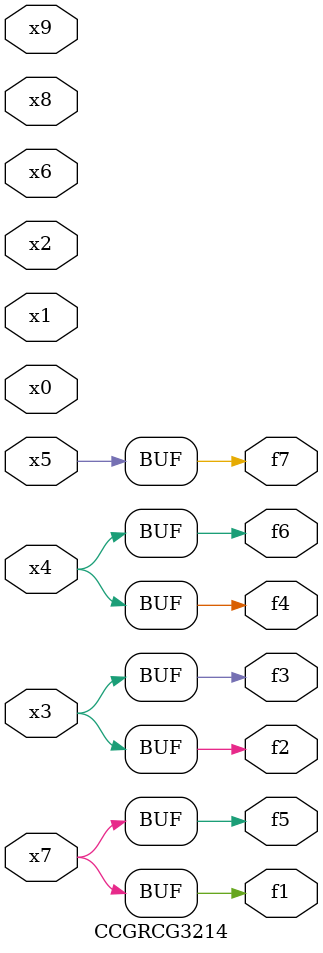
<source format=v>
module CCGRCG3214(
	input x0, x1, x2, x3, x4, x5, x6, x7, x8, x9,
	output f1, f2, f3, f4, f5, f6, f7
);
	assign f1 = x7;
	assign f2 = x3;
	assign f3 = x3;
	assign f4 = x4;
	assign f5 = x7;
	assign f6 = x4;
	assign f7 = x5;
endmodule

</source>
